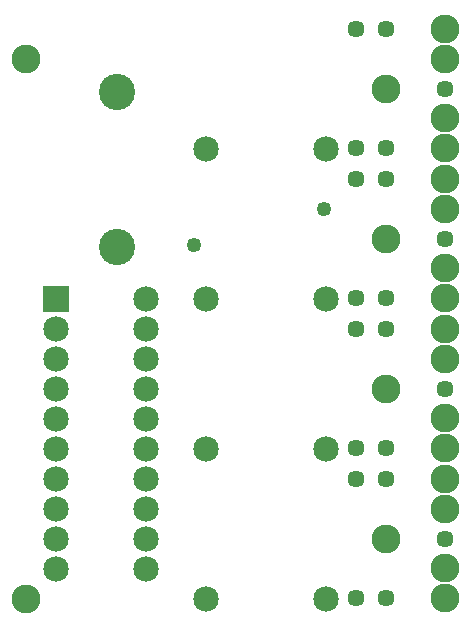
<source format=gbs>
G04 MADE WITH FRITZING*
G04 WWW.FRITZING.ORG*
G04 DOUBLE SIDED*
G04 HOLES PLATED*
G04 CONTOUR ON CENTER OF CONTOUR VECTOR*
%ASAXBY*%
%FSLAX23Y23*%
%MOIN*%
%OFA0B0*%
%SFA1.0B1.0*%
%ADD10C,0.085000*%
%ADD11C,0.121000*%
%ADD12C,0.096000*%
%ADD13C,0.057244*%
%ADD14C,0.096614*%
%ADD15C,0.049370*%
%ADD16R,0.085000X0.085000*%
%LNMASK0*%
G90*
G70*
G54D10*
X198Y1096D03*
X498Y1096D03*
X198Y996D03*
X498Y996D03*
X198Y896D03*
X498Y896D03*
X198Y796D03*
X498Y796D03*
X198Y696D03*
X498Y696D03*
X198Y596D03*
X498Y596D03*
X198Y496D03*
X498Y496D03*
X198Y396D03*
X498Y396D03*
X198Y296D03*
X498Y296D03*
X198Y196D03*
X498Y196D03*
G54D11*
X403Y1269D03*
X403Y1786D03*
G54D12*
X1298Y1796D03*
X1495Y1894D03*
X1495Y1993D03*
X1495Y1697D03*
X1495Y1599D03*
G54D13*
X1298Y1993D03*
X1200Y1993D03*
X1200Y1599D03*
X1298Y1599D03*
X1495Y1796D03*
G54D12*
X1298Y1296D03*
X1495Y1394D03*
X1495Y1493D03*
X1495Y1197D03*
X1495Y1099D03*
G54D13*
X1298Y1493D03*
X1200Y1493D03*
X1200Y1099D03*
X1298Y1099D03*
X1495Y1296D03*
G54D12*
X1298Y796D03*
X1495Y894D03*
X1495Y993D03*
X1495Y697D03*
X1495Y599D03*
G54D13*
X1298Y993D03*
X1200Y993D03*
X1200Y599D03*
X1298Y599D03*
X1495Y796D03*
G54D12*
X1298Y296D03*
X1495Y394D03*
X1495Y493D03*
X1495Y197D03*
X1495Y99D03*
G54D13*
X1298Y493D03*
X1200Y493D03*
X1200Y99D03*
X1298Y99D03*
X1495Y296D03*
G54D10*
X698Y1596D03*
X1098Y1596D03*
X698Y1096D03*
X1098Y1096D03*
X698Y596D03*
X1098Y596D03*
X698Y96D03*
X1098Y96D03*
G54D14*
X98Y1896D03*
X98Y96D03*
G54D15*
X660Y1273D03*
X1092Y1393D03*
G54D16*
X198Y1096D03*
G04 End of Mask0*
M02*
</source>
